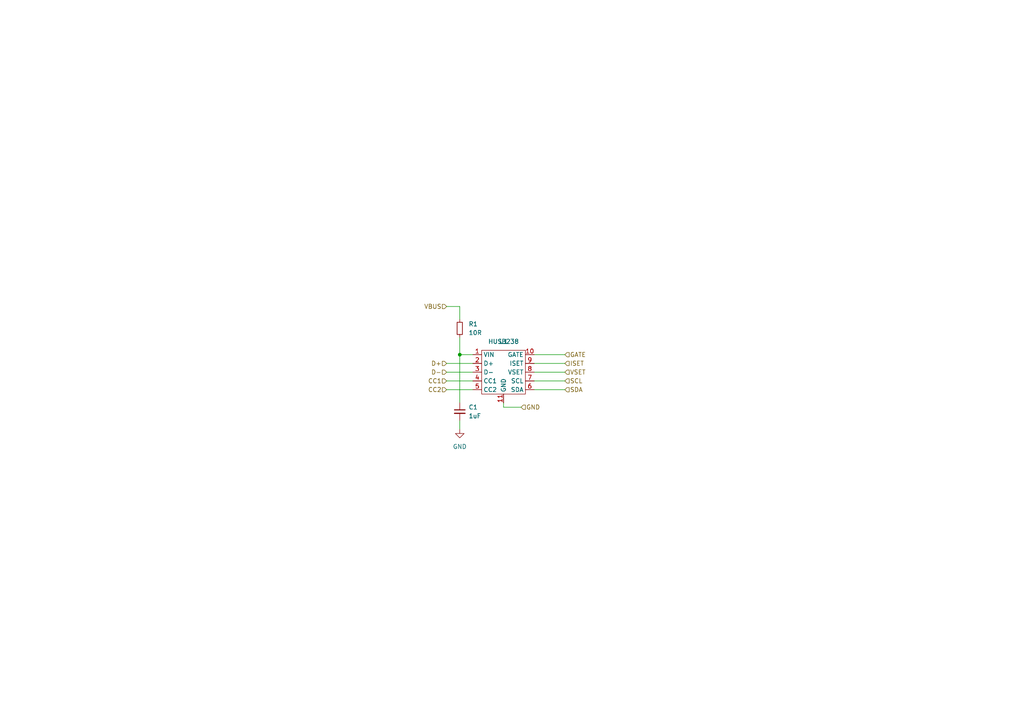
<source format=kicad_sch>
(kicad_sch (version 20230121) (generator eeschema)
  (paper "A4")
  (lib_symbols
    (symbol "Device:C_Small" (pin_numbers hide) (pin_names (offset 0.254) hide)
      (property "Reference" "C" (at 0.254 1.778 0))
      (property "Value" "C_Small" (at 0.254 -2.032 0))
      (symbol "C_Small_0_1"
        (polyline (pts (xy -1.524 -0.508) (xy 1.524 -0.508)) (stroke (width 0.3302)))
        (polyline (pts (xy -1.524 0.508) (xy 1.524 0.508)) (stroke (width 0.3048)))
      )
      (symbol "C_Small_1_1"
        (pin passive line (at 0 2.54 270) (length 2.032) (name "~") (number "1"))
        (pin passive line (at 0 -2.54 90) (length 2.032) (name "~") (number "2"))
      )
    )
    (symbol "Device:R_Small" (pin_numbers hide) (pin_names (offset 0.254) hide)
      (property "Reference" "R" (at 0.762 0.508 0))
      (property "Value" "R_Small" (at 0.762 -1.016 0))
      (symbol "R_Small_0_1"
        (rectangle (start -0.762 1.778) (end 0.762 -1.778) (stroke (width 0.2032)))
      )
      (symbol "R_Small_1_1"
        (pin passive line (at 0 2.54 270) (length 0.762) (name "~") (number "1"))
        (pin passive line (at 0 -2.54 90) (length 0.762) (name "~") (number "2"))
      )
    )
    (symbol "b147:HUSB238"
      (property "Reference" "U" (at 0 8.89 0))
      (symbol "HUSB238_0_1"
        (rectangle (start -6.35 6.35) (end 6.35 -6.35))
      )
      (symbol "HUSB238_1_1"
        (pin unspecified line (at -8.89 5.08 0) (length 2.54) (name "VIN") (number "1"))
        (pin unspecified line (at 8.89 5.08 180) (length 2.54) (name "GATE") (number "10"))
        (pin unspecified line (at 0 -8.89 90) (length 2.54) (name "GND") (number "11"))
        (pin unspecified line (at -8.89 2.54 0) (length 2.54) (name "D+") (number "2"))
        (pin unspecified line (at -8.89 0 0) (length 2.54) (name "D-") (number "3"))
        (pin unspecified line (at -8.89 -2.54 0) (length 2.54) (name "CC1") (number "4"))
        (pin unspecified line (at -8.89 -5.08 0) (length 2.54) (name "CC2") (number "5"))
        (pin unspecified line (at 8.89 -5.08 180) (length 2.54) (name "SDA") (number "6"))
        (pin unspecified line (at 8.89 -2.54 180) (length 2.54) (name "SCL") (number "7"))
        (pin unspecified line (at 8.89 0 180) (length 2.54) (name "VSET") (number "8"))
        (pin unspecified line (at 8.89 2.54 180) (length 2.54) (name "ISET") (number "9"))
      )
    )
    (symbol "power:GND" (power) (pin_names (offset 0))
      (property "Value" "GND" (at 0 -3.81 0))
      (symbol "GND_0_1"
        (polyline (pts (xy 0 0) (xy 0 -1.27) (xy 1.27 -1.27) (xy 0 -2.54) (xy -1.27 -1.27) (xy 0 -1.27)))
      )
      (symbol "GND_1_1"
        (pin power_in line (at 0 0 270) (length 0) hide (name "GND") (number "1"))
      )
    )
  )
  (junction (at 133.35 102.87))
  (wire (pts (xy 154.94 113.03) (xy 163.83 113.03)))
  (wire (pts (xy 154.94 110.49) (xy 163.83 110.49)))
  (wire (pts (xy 151.13 118.11) (xy 146.05 118.11)))
  (wire (pts (xy 133.35 102.87) (xy 137.16 102.87)))
  (wire (pts (xy 133.35 88.9) (xy 133.35 92.71)))
  (wire (pts (xy 146.05 118.11) (xy 146.05 116.84)))
  (wire (pts (xy 154.94 107.95) (xy 163.83 107.95)))
  (wire (pts (xy 129.54 88.9) (xy 133.35 88.9)))
  (wire (pts (xy 154.94 102.87) (xy 163.83 102.87)))
  (wire (pts (xy 129.54 107.95) (xy 137.16 107.95)))
  (wire (pts (xy 129.54 105.41) (xy 137.16 105.41)))
  (wire (pts (xy 133.35 102.87) (xy 133.35 116.84)))
  (wire (pts (xy 129.54 113.03) (xy 137.16 113.03)))
  (wire (pts (xy 154.94 105.41) (xy 163.83 105.41)))
  (wire (pts (xy 133.35 121.92) (xy 133.35 124.46)))
  (wire (pts (xy 129.54 110.49) (xy 137.16 110.49)))
  (wire (pts (xy 133.35 97.79) (xy 133.35 102.87)))
  (hierarchical_label "SCL" (shape input) (at 163.83 110.49 0))
  (hierarchical_label "D+" (shape input) (at 129.54 105.41 180))
  (hierarchical_label "D-" (shape input) (at 129.54 107.95 180))
  (hierarchical_label "VSET" (shape input) (at 163.83 107.95 0))
  (hierarchical_label "VBUS" (shape input) (at 129.54 88.9 180))
  (hierarchical_label "CC1" (shape input) (at 129.54 110.49 180))
  (hierarchical_label "CC2" (shape input) (at 129.54 113.03 180))
  (hierarchical_label "SDA" (shape input) (at 163.83 113.03 0))
  (hierarchical_label "GND" (shape input) (at 151.13 118.11 0))
  (hierarchical_label "ISET" (shape input) (at 163.83 105.41 0))
  (hierarchical_label "GATE" (shape input) (at 163.83 102.87 0))
  (symbol (lib_id "b147:HUSB238") (at 146.05 107.95 0) (unit 1)
    (property "Reference" "U1" (at 146.05 99.06 0))
    (property "Value" "HUSB238" (at 146.05 99.06 0))
    (property "Footprint" "Package_DFN_QFN:DFN-10-1EP_3x3mm_P0.5mm_EP1.7x2.5mm" (effects hide))
  )
  (symbol (lib_id "power:GND") (at 133.35 124.46 0) (unit 1)
    (property "Reference" "#PWR02" (effects hide))
    (property "Value" "GND" (at 133.35 129.54 0))
  )
  (symbol (lib_id "Device:C_Small") (at 133.35 119.38 0) (unit 1)
    (property "Reference" "C1" (at 135.89 118.1163 0) (effects (justify left)))
    (property "Value" "1uF" (at 135.89 120.6563 0) (effects (justify left)))
    (property "Footprint" "Capacitor_SMD:C_0402_1005Metric" (effects hide))
  )
  (symbol (lib_id "Device:R_Small") (at 133.35 95.25 0) (unit 1)
    (property "Reference" "R1" (at 135.89 93.98 0) (effects (justify left)))
    (property "Value" "10R" (at 135.89 96.52 0) (effects (justify left)))
    (property "Footprint" "Resistor_SMD:R_0402_1005Metric" (effects hide))
  )
)
</source>
